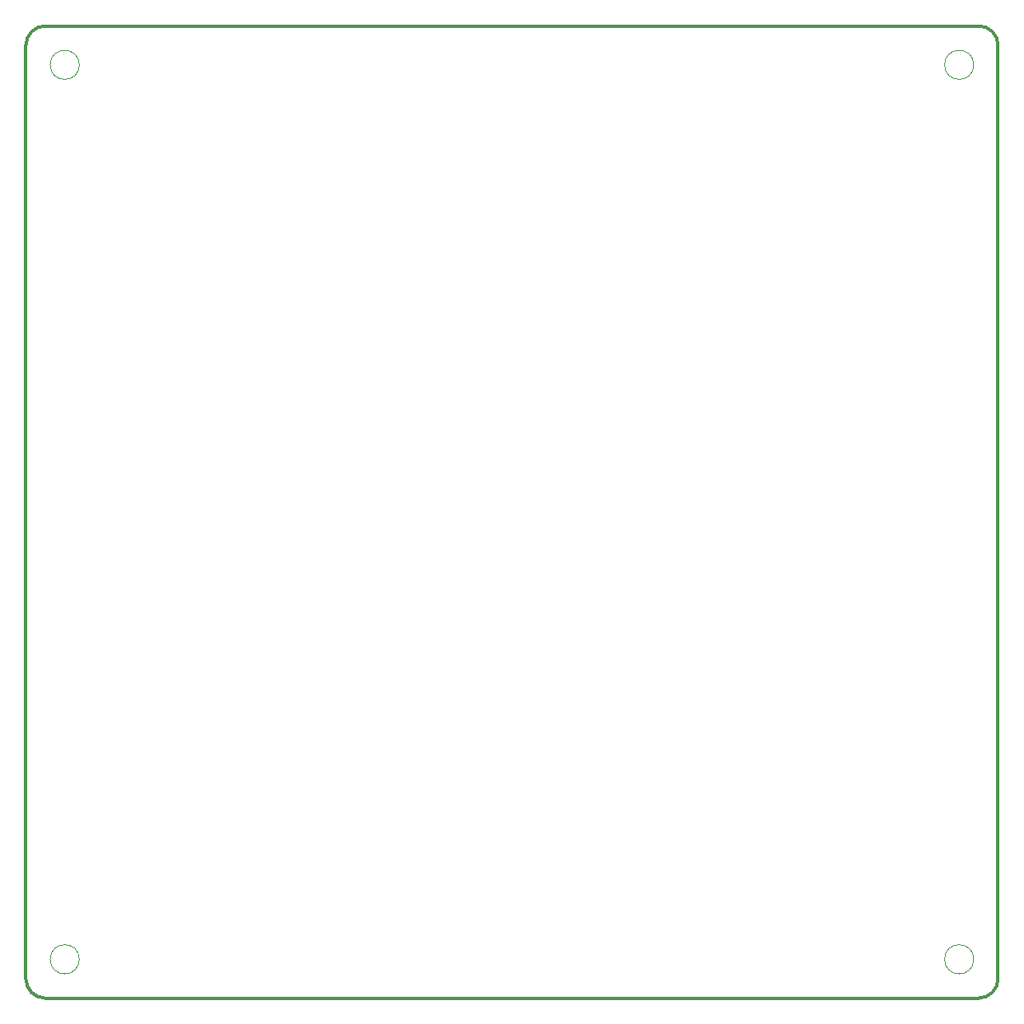
<source format=gbr>
%TF.GenerationSoftware,KiCad,Pcbnew,8.0.8*%
%TF.CreationDate,2025-02-03T17:34:09+01:00*%
%TF.ProjectId,WLEDController,574c4544-436f-46e7-9472-6f6c6c65722e,V1.0*%
%TF.SameCoordinates,Original*%
%TF.FileFunction,Profile,NP*%
%FSLAX46Y46*%
G04 Gerber Fmt 4.6, Leading zero omitted, Abs format (unit mm)*
G04 Created by KiCad (PCBNEW 8.0.8) date 2025-02-03 17:34:09*
%MOMM*%
%LPD*%
G01*
G04 APERTURE LIST*
%TA.AperFunction,Profile*%
%ADD10C,0.300000*%
%TD*%
%TA.AperFunction,Profile*%
%ADD11C,0.050000*%
%TD*%
G04 APERTURE END LIST*
D10*
X194000000Y-149000000D02*
X194000000Y-53000000D01*
X96000000Y-151000000D02*
X192000000Y-151000000D01*
X192000000Y-51000000D02*
G75*
G02*
X194000000Y-53000000I0J-2000000D01*
G01*
D11*
X191500000Y-147000000D02*
G75*
G02*
X188500000Y-147000000I-1500000J0D01*
G01*
X188500000Y-147000000D02*
G75*
G02*
X191500000Y-147000000I1500000J0D01*
G01*
D10*
X96000000Y-151000000D02*
G75*
G02*
X94000000Y-149000000I0J2000000D01*
G01*
X94000000Y-53000000D02*
G75*
G02*
X96000000Y-51000000I2000000J0D01*
G01*
X94000000Y-53000000D02*
X94000000Y-149000000D01*
X192000000Y-51000000D02*
X96000000Y-51000000D01*
D11*
X191500000Y-55000000D02*
G75*
G02*
X188500000Y-55000000I-1500000J0D01*
G01*
X188500000Y-55000000D02*
G75*
G02*
X191500000Y-55000000I1500000J0D01*
G01*
X99500000Y-55000000D02*
G75*
G02*
X96500000Y-55000000I-1500000J0D01*
G01*
X96500000Y-55000000D02*
G75*
G02*
X99500000Y-55000000I1500000J0D01*
G01*
X99500000Y-147000000D02*
G75*
G02*
X96500000Y-147000000I-1500000J0D01*
G01*
X96500000Y-147000000D02*
G75*
G02*
X99500000Y-147000000I1500000J0D01*
G01*
D10*
X194000000Y-149000000D02*
G75*
G02*
X192000000Y-151000000I-2000000J0D01*
G01*
M02*

</source>
